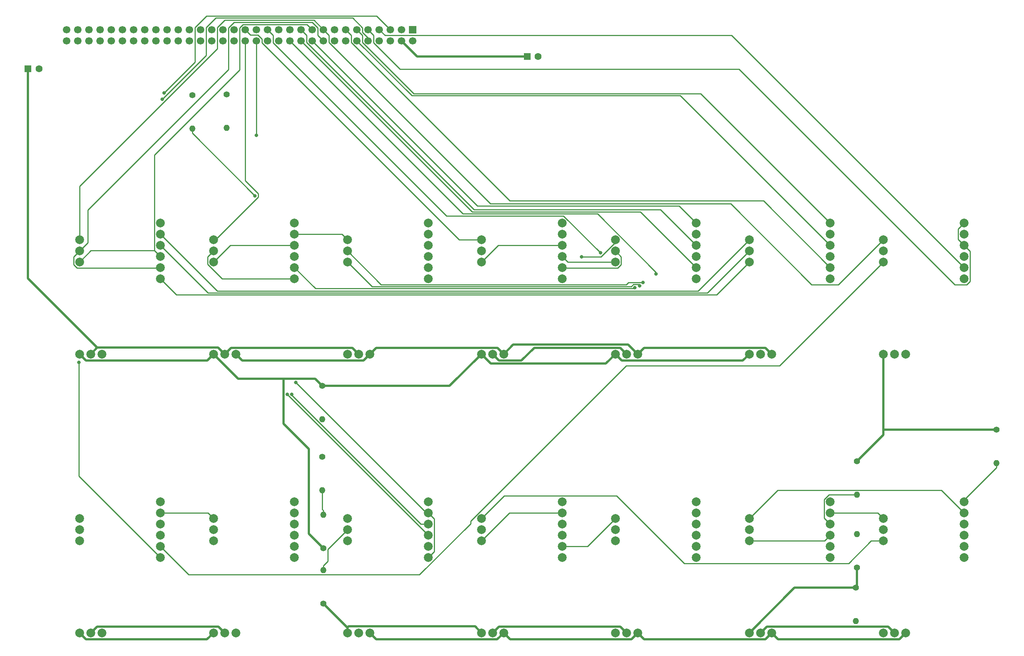
<source format=gbr>
G04 #@! TF.GenerationSoftware,KiCad,Pcbnew,(5.0.0)*
G04 #@! TF.CreationDate,2019-11-09T01:46:13+00:00*
G04 #@! TF.ProjectId,A-FT,412D46542E6B696361645F7063620000,rev?*
G04 #@! TF.SameCoordinates,Original*
G04 #@! TF.FileFunction,Copper,L1,Top,Signal*
G04 #@! TF.FilePolarity,Positive*
%FSLAX46Y46*%
G04 Gerber Fmt 4.6, Leading zero omitted, Abs format (unit mm)*
G04 Created by KiCad (PCBNEW (5.0.0)) date 11/09/19 01:46:13*
%MOMM*%
%LPD*%
G01*
G04 APERTURE LIST*
G04 #@! TA.AperFunction,ComponentPad*
%ADD10C,2.000000*%
G04 #@! TD*
G04 #@! TA.AperFunction,ComponentPad*
%ADD11C,1.400000*%
G04 #@! TD*
G04 #@! TA.AperFunction,ComponentPad*
%ADD12O,1.400000X1.400000*%
G04 #@! TD*
G04 #@! TA.AperFunction,ComponentPad*
%ADD13C,1.600000*%
G04 #@! TD*
G04 #@! TA.AperFunction,ComponentPad*
%ADD14R,1.600000X1.600000*%
G04 #@! TD*
G04 #@! TA.AperFunction,ComponentPad*
%ADD15C,1.700000*%
G04 #@! TD*
G04 #@! TA.AperFunction,ComponentPad*
%ADD16R,1.700000X1.700000*%
G04 #@! TD*
G04 #@! TA.AperFunction,ViaPad*
%ADD17C,0.800000*%
G04 #@! TD*
G04 #@! TA.AperFunction,Conductor*
%ADD18C,0.250000*%
G04 #@! TD*
G04 #@! TA.AperFunction,Conductor*
%ADD19C,0.500000*%
G04 #@! TD*
G04 APERTURE END LIST*
D10*
G04 #@! TO.P,U8,13*
G04 #@! TO.N,ENG*
X225425000Y-78740000D03*
G04 #@! TO.P,U8,12*
G04 #@! TO.N,ONG*
X225425000Y-81280000D03*
G04 #@! TO.P,U8,11*
G04 #@! TO.N,Net-(U7-Pad2)*
X225425000Y-83820000D03*
G04 #@! TO.P,U8,6*
G04 #@! TO.N,~TEST~k*
X243840000Y-74930000D03*
G04 #@! TO.P,U8,5*
G04 #@! TO.N,N/C*
X243840000Y-77470000D03*
G04 #@! TO.P,U8,4*
G04 #@! TO.N,~TEST~k*
X243840000Y-80010000D03*
G04 #@! TO.P,U8,3*
G04 #@! TO.N,N/C*
X243840000Y-82550000D03*
G04 #@! TO.P,U8,2*
G04 #@! TO.N,~ENGk~*
X243840000Y-85090000D03*
G04 #@! TO.P,U8,1*
G04 #@! TO.N,N/C*
X243840000Y-87630000D03*
G04 #@! TO.P,U8,23*
G04 #@! TO.N,Neg6v*
X230505000Y-104775000D03*
G04 #@! TO.P,U8,22*
G04 #@! TO.N,GND*
X227965000Y-104775000D03*
G04 #@! TO.P,U8,21*
G04 #@! TO.N,6v*
X225425000Y-104775000D03*
G04 #@! TD*
G04 #@! TO.P,U1,13*
G04 #@! TO.N,CS*
X225425000Y-142240000D03*
G04 #@! TO.P,U1,12*
G04 #@! TO.N,Net-(U1-Pad12)*
X225425000Y-144780000D03*
G04 #@! TO.P,U1,11*
G04 #@! TO.N,Net-(U1-Pad11)*
X225425000Y-147320000D03*
G04 #@! TO.P,U1,6*
G04 #@! TO.N,~CSk~*
X243840000Y-138430000D03*
G04 #@! TO.P,U1,5*
G04 #@! TO.N,~CS~*
X243840000Y-140970000D03*
G04 #@! TO.P,U1,4*
G04 #@! TO.N,~WTM~a*
X243840000Y-143510000D03*
G04 #@! TO.P,U1,3*
G04 #@! TO.N,Net-(U1-Pad3)*
X243840000Y-146050000D03*
G04 #@! TO.P,U1,2*
G04 #@! TO.N,N/C*
X243840000Y-148590000D03*
G04 #@! TO.P,U1,1*
G04 #@! TO.N,Net-(U1-Pad1)*
X243840000Y-151130000D03*
G04 #@! TO.P,U1,23*
G04 #@! TO.N,Neg6v*
X230505000Y-168275000D03*
G04 #@! TO.P,U1,22*
G04 #@! TO.N,GND*
X227965000Y-168275000D03*
G04 #@! TO.P,U1,21*
G04 #@! TO.N,6v*
X225425000Y-168275000D03*
G04 #@! TD*
G04 #@! TO.P,U12,13*
G04 #@! TO.N,Net-(U12-Pad13)*
X103505000Y-78740000D03*
G04 #@! TO.P,U12,12*
G04 #@! TO.N,Net-(U1-Pad3)*
X103505000Y-81280000D03*
G04 #@! TO.P,U12,11*
G04 #@! TO.N,Net-(U1-Pad1)*
X103505000Y-83820000D03*
G04 #@! TO.P,U12,6*
G04 #@! TO.N,~OS~k*
X121920000Y-74930000D03*
G04 #@! TO.P,U12,5*
G04 #@! TO.N,N/C*
X121920000Y-77470000D03*
G04 #@! TO.P,U12,4*
G04 #@! TO.N,NG17k*
X121920000Y-80010000D03*
G04 #@! TO.P,U12,3*
G04 #@! TO.N,N/C*
X121920000Y-82550000D03*
G04 #@! TO.P,U12,2*
G04 #@! TO.N,~NG17~k*
X121920000Y-85090000D03*
G04 #@! TO.P,U12,1*
G04 #@! TO.N,N/C*
X121920000Y-87630000D03*
G04 #@! TO.P,U12,23*
G04 #@! TO.N,Neg6v*
X108585000Y-104775000D03*
G04 #@! TO.P,U12,22*
G04 #@! TO.N,GND*
X106045000Y-104775000D03*
G04 #@! TO.P,U12,21*
G04 #@! TO.N,6v*
X103505000Y-104775000D03*
G04 #@! TD*
G04 #@! TO.P,U11,13*
G04 #@! TO.N,JUMP*
X133985000Y-78740000D03*
G04 #@! TO.P,U11,12*
X133985000Y-81280000D03*
G04 #@! TO.P,U11,11*
G04 #@! TO.N,~JUMP~*
X133985000Y-83820000D03*
G04 #@! TO.P,U11,6*
G04 #@! TO.N,Net-(U11-Pad6)*
X152400000Y-74930000D03*
G04 #@! TO.P,U11,5*
G04 #@! TO.N,~JUMP~*
X152400000Y-77470000D03*
G04 #@! TO.P,U11,4*
X152400000Y-80010000D03*
G04 #@! TO.P,U11,3*
G04 #@! TO.N,Net-(U10-Pad11)*
X152400000Y-82550000D03*
G04 #@! TO.P,U11,2*
G04 #@! TO.N,Net-(U10-Pad12)*
X152400000Y-85090000D03*
G04 #@! TO.P,U11,1*
G04 #@! TO.N,JUMP*
X152400000Y-87630000D03*
G04 #@! TO.P,U11,23*
G04 #@! TO.N,Neg6v*
X139065000Y-104775000D03*
G04 #@! TO.P,U11,22*
G04 #@! TO.N,GND*
X136525000Y-104775000D03*
G04 #@! TO.P,U11,21*
G04 #@! TO.N,6v*
X133985000Y-104775000D03*
G04 #@! TD*
G04 #@! TO.P,U14,13*
G04 #@! TO.N,ENG*
X42545000Y-78740000D03*
G04 #@! TO.P,U14,12*
G04 #@! TO.N,~ONG~*
X42545000Y-81280000D03*
G04 #@! TO.P,U14,11*
G04 #@! TO.N,ONG*
X42545000Y-83820000D03*
G04 #@! TO.P,U14,6*
G04 #@! TO.N,~ENG~*
X60960000Y-74930000D03*
G04 #@! TO.P,U14,5*
G04 #@! TO.N,Net-(U14-Pad5)*
X60960000Y-77470000D03*
G04 #@! TO.P,U14,4*
G04 #@! TO.N,Net-(U14-Pad4)*
X60960000Y-80010000D03*
G04 #@! TO.P,U14,3*
G04 #@! TO.N,ONG*
X60960000Y-82550000D03*
G04 #@! TO.P,U14,2*
G04 #@! TO.N,~ONG~*
X60960000Y-85090000D03*
G04 #@! TO.P,U14,1*
G04 #@! TO.N,Net-(U14-Pad1)*
X60960000Y-87630000D03*
G04 #@! TO.P,U14,23*
G04 #@! TO.N,Neg6v*
X47625000Y-104775000D03*
G04 #@! TO.P,U14,22*
G04 #@! TO.N,GND*
X45085000Y-104775000D03*
G04 #@! TO.P,U14,21*
G04 #@! TO.N,6v*
X42545000Y-104775000D03*
G04 #@! TD*
G04 #@! TO.P,U13,13*
G04 #@! TO.N,~OS~*
X73025000Y-78740000D03*
G04 #@! TO.P,U13,12*
G04 #@! TO.N,W17*
X73025000Y-81280000D03*
G04 #@! TO.P,U13,11*
G04 #@! TO.N,Net-(U13-Pad11)*
X73025000Y-83820000D03*
G04 #@! TO.P,U13,6*
G04 #@! TO.N,N/C*
X91440000Y-74930000D03*
G04 #@! TO.P,U13,5*
G04 #@! TO.N,Net-(U12-Pad13)*
X91440000Y-77470000D03*
G04 #@! TO.P,U13,4*
G04 #@! TO.N,Net-(U13-Pad11)*
X91440000Y-80010000D03*
G04 #@! TO.P,U13,3*
G04 #@! TO.N,Net-(U1-Pad11)*
X91440000Y-82550000D03*
G04 #@! TO.P,U13,2*
G04 #@! TO.N,Net-(U1-Pad12)*
X91440000Y-85090000D03*
G04 #@! TO.P,U13,1*
G04 #@! TO.N,W17*
X91440000Y-87630000D03*
G04 #@! TO.P,U13,23*
G04 #@! TO.N,Neg6v*
X78105000Y-104775000D03*
G04 #@! TO.P,U13,22*
G04 #@! TO.N,GND*
X75565000Y-104775000D03*
G04 #@! TO.P,U13,21*
G04 #@! TO.N,6v*
X73025000Y-104775000D03*
G04 #@! TD*
D11*
G04 #@! TO.P,R3,1*
G04 #@! TO.N,{ACTIVE3}*
X97800000Y-128200000D03*
D12*
G04 #@! TO.P,R3,2*
G04 #@! TO.N,Net-(R3-Pad2)*
X97800000Y-135820000D03*
G04 #@! TD*
D11*
G04 #@! TO.P,R4,1*
G04 #@! TO.N,6v*
X219200000Y-158000000D03*
D12*
G04 #@! TO.P,R4,2*
G04 #@! TO.N,~CINSk~*
X219200000Y-165620000D03*
G04 #@! TD*
D11*
G04 #@! TO.P,R5,1*
G04 #@! TO.N,6v*
X219400000Y-129200000D03*
D12*
G04 #@! TO.P,R5,2*
G04 #@! TO.N,CINSk*
X219400000Y-136820000D03*
G04 #@! TD*
D11*
G04 #@! TO.P,R6,1*
G04 #@! TO.N,6v*
X97800000Y-112000000D03*
D12*
G04 #@! TO.P,R6,2*
G04 #@! TO.N,Net-(R1-Pad2)*
X97800000Y-119620000D03*
G04 #@! TD*
D11*
G04 #@! TO.P,R7,1*
G04 #@! TO.N,6v*
X98000000Y-161600000D03*
D12*
G04 #@! TO.P,R7,2*
G04 #@! TO.N,Net-(R2-Pad2)*
X98000000Y-153980000D03*
G04 #@! TD*
D11*
G04 #@! TO.P,R8,1*
G04 #@! TO.N,6v*
X98000000Y-149000000D03*
D12*
G04 #@! TO.P,R8,2*
G04 #@! TO.N,Net-(R3-Pad2)*
X98000000Y-141380000D03*
G04 #@! TD*
D11*
G04 #@! TO.P,R9,1*
G04 #@! TO.N,6v*
X251200000Y-122000000D03*
D12*
G04 #@! TO.P,R9,2*
G04 #@! TO.N,~CSk~*
X251200000Y-129620000D03*
G04 #@! TD*
D11*
G04 #@! TO.P,R10,1*
G04 #@! TO.N,6v*
X219400000Y-153400000D03*
D12*
G04 #@! TO.P,R10,2*
G04 #@! TO.N,~SMNk~*
X219400000Y-145780000D03*
G04 #@! TD*
D10*
G04 #@! TO.P,U2,13*
G04 #@! TO.N,~CS~*
X194945000Y-142240000D03*
G04 #@! TO.P,U2,12*
G04 #@! TO.N,Net-(U2-Pad1)*
X194945000Y-144780000D03*
G04 #@! TO.P,U2,11*
G04 #@! TO.N,CIN*
X194945000Y-147320000D03*
G04 #@! TO.P,U2,6*
G04 #@! TO.N,~SMNk~*
X213360000Y-138430000D03*
G04 #@! TO.P,U2,5*
G04 #@! TO.N,CS*
X213360000Y-140970000D03*
G04 #@! TO.P,U2,4*
G04 #@! TO.N,CINSk*
X213360000Y-143510000D03*
G04 #@! TO.P,U2,3*
G04 #@! TO.N,CIN*
X213360000Y-146050000D03*
G04 #@! TO.P,U2,2*
G04 #@! TO.N,~CINSk~*
X213360000Y-148590000D03*
G04 #@! TO.P,U2,1*
G04 #@! TO.N,Net-(U2-Pad1)*
X213360000Y-151130000D03*
G04 #@! TO.P,U2,23*
G04 #@! TO.N,Neg6v*
X200025000Y-168275000D03*
G04 #@! TO.P,U2,22*
G04 #@! TO.N,GND*
X197485000Y-168275000D03*
G04 #@! TO.P,U2,21*
G04 #@! TO.N,6v*
X194945000Y-168275000D03*
G04 #@! TD*
G04 #@! TO.P,U3,13*
G04 #@! TO.N,Net-(U3-Pad13)*
X164465000Y-142240000D03*
G04 #@! TO.P,U3,12*
G04 #@! TO.N,N/C*
X164465000Y-144780000D03*
G04 #@! TO.P,U3,11*
X164465000Y-147320000D03*
G04 #@! TO.P,U3,6*
X182880000Y-138430000D03*
G04 #@! TO.P,U3,5*
X182880000Y-140970000D03*
G04 #@! TO.P,U3,4*
G04 #@! TO.N,2.4v*
X182880000Y-143510000D03*
G04 #@! TO.P,U3,3*
G04 #@! TO.N,N/C*
X182880000Y-146050000D03*
G04 #@! TO.P,U3,2*
G04 #@! TO.N,~JIA~*
X182880000Y-148590000D03*
G04 #@! TO.P,U3,1*
G04 #@! TO.N,N/C*
X182880000Y-151130000D03*
G04 #@! TO.P,U3,23*
G04 #@! TO.N,Neg6v*
X169545000Y-168275000D03*
G04 #@! TO.P,U3,22*
G04 #@! TO.N,GND*
X167005000Y-168275000D03*
G04 #@! TO.P,U3,21*
G04 #@! TO.N,6v*
X164465000Y-168275000D03*
G04 #@! TD*
G04 #@! TO.P,U4,13*
G04 #@! TO.N,Net-(U1-Pad11)*
X133985000Y-142240000D03*
G04 #@! TO.P,U4,12*
G04 #@! TO.N,~JUMP~*
X133985000Y-144780000D03*
G04 #@! TO.P,U4,11*
G04 #@! TO.N,Net-(U11-Pad6)*
X133985000Y-147320000D03*
G04 #@! TO.P,U4,6*
X152400000Y-138430000D03*
G04 #@! TO.P,U4,5*
X152400000Y-140970000D03*
G04 #@! TO.P,U4,4*
G04 #@! TO.N,N/C*
X152400000Y-143510000D03*
G04 #@! TO.P,U4,3*
X152400000Y-146050000D03*
G04 #@! TO.P,U4,2*
G04 #@! TO.N,Net-(U3-Pad13)*
X152400000Y-148590000D03*
G04 #@! TO.P,U4,1*
G04 #@! TO.N,Net-(U10-Pad13)*
X152400000Y-151130000D03*
G04 #@! TO.P,U4,23*
G04 #@! TO.N,Neg6v*
X139065000Y-168275000D03*
G04 #@! TO.P,U4,22*
G04 #@! TO.N,GND*
X136525000Y-168275000D03*
G04 #@! TO.P,U4,21*
G04 #@! TO.N,6v*
X133985000Y-168275000D03*
G04 #@! TD*
G04 #@! TO.P,U5,13*
G04 #@! TO.N,Net-(R3-Pad2)*
X103505000Y-142240000D03*
G04 #@! TO.P,U5,12*
G04 #@! TO.N,Net-(R2-Pad2)*
X103505000Y-144780000D03*
G04 #@! TO.P,U5,11*
G04 #@! TO.N,Net-(R1-Pad2)*
X103505000Y-147320000D03*
G04 #@! TO.P,U5,6*
G04 #@! TO.N,E2*
X121920000Y-138430000D03*
G04 #@! TO.P,U5,5*
G04 #@! TO.N,~E1~*
X121920000Y-140970000D03*
G04 #@! TO.P,U5,4*
G04 #@! TO.N,~E2~*
X121920000Y-143510000D03*
G04 #@! TO.P,U5,3*
G04 #@! TO.N,E1*
X121920000Y-146050000D03*
G04 #@! TO.P,U5,2*
G04 #@! TO.N,~E2~*
X121920000Y-148590000D03*
G04 #@! TO.P,U5,1*
G04 #@! TO.N,~E1~*
X121920000Y-151130000D03*
G04 #@! TO.P,U5,23*
G04 #@! TO.N,Neg6v*
X108585000Y-168275000D03*
G04 #@! TO.P,U5,22*
G04 #@! TO.N,GND*
X106045000Y-168275000D03*
G04 #@! TO.P,U5,21*
G04 #@! TO.N,6v*
X103505000Y-168275000D03*
G04 #@! TD*
G04 #@! TO.P,U6,13*
G04 #@! TO.N,Net-(U6-Pad13)*
X73025000Y-142240000D03*
G04 #@! TO.P,U6,12*
G04 #@! TO.N,TCS*
X73025000Y-144780000D03*
G04 #@! TO.P,U6,11*
G04 #@! TO.N,~RESET~*
X73025000Y-147320000D03*
G04 #@! TO.P,U6,6*
G04 #@! TO.N,~STOP~k*
X91440000Y-138430000D03*
G04 #@! TO.P,U6,5*
G04 #@! TO.N,N/C*
X91440000Y-140970000D03*
G04 #@! TO.P,U6,4*
G04 #@! TO.N,~TCS~k*
X91440000Y-143510000D03*
G04 #@! TO.P,U6,3*
G04 #@! TO.N,N/C*
X91440000Y-146050000D03*
G04 #@! TO.P,U6,2*
G04 #@! TO.N,RESETk*
X91440000Y-148590000D03*
G04 #@! TO.P,U6,1*
G04 #@! TO.N,N/C*
X91440000Y-151130000D03*
G04 #@! TO.P,U6,23*
G04 #@! TO.N,Neg6v*
X78105000Y-168275000D03*
G04 #@! TO.P,U6,22*
G04 #@! TO.N,GND*
X75565000Y-168275000D03*
G04 #@! TO.P,U6,21*
G04 #@! TO.N,6v*
X73025000Y-168275000D03*
G04 #@! TD*
G04 #@! TO.P,U7,13*
G04 #@! TO.N,~STOP~*
X42545000Y-142240000D03*
G04 #@! TO.P,U7,12*
G04 #@! TO.N,RESET*
X42545000Y-144780000D03*
G04 #@! TO.P,U7,11*
G04 #@! TO.N,~ENG~*
X42545000Y-147320000D03*
G04 #@! TO.P,U7,6*
G04 #@! TO.N,~RESTART~K*
X60960000Y-138430000D03*
G04 #@! TO.P,U7,5*
G04 #@! TO.N,Net-(U6-Pad13)*
X60960000Y-140970000D03*
G04 #@! TO.P,U7,4*
G04 #@! TO.N,N/C*
X60960000Y-143510000D03*
G04 #@! TO.P,U7,3*
G04 #@! TO.N,~RESET~1*
X60960000Y-146050000D03*
G04 #@! TO.P,U7,2*
G04 #@! TO.N,Net-(U7-Pad2)*
X60960000Y-148590000D03*
G04 #@! TO.P,U7,1*
G04 #@! TO.N,ENG*
X60960000Y-151130000D03*
G04 #@! TO.P,U7,23*
G04 #@! TO.N,Neg6v*
X47625000Y-168275000D03*
G04 #@! TO.P,U7,22*
G04 #@! TO.N,GND*
X45085000Y-168275000D03*
G04 #@! TO.P,U7,21*
G04 #@! TO.N,6v*
X42545000Y-168275000D03*
G04 #@! TD*
G04 #@! TO.P,U9,13*
G04 #@! TO.N,Net-(U14-Pad5)*
X194945000Y-78740000D03*
G04 #@! TO.P,U9,12*
G04 #@! TO.N,Net-(U14-Pad4)*
X194945000Y-81280000D03*
G04 #@! TO.P,U9,11*
G04 #@! TO.N,Net-(U14-Pad1)*
X194945000Y-83820000D03*
G04 #@! TO.P,U9,6*
G04 #@! TO.N,ENGk*
X213360000Y-74930000D03*
G04 #@! TO.P,U9,5*
G04 #@! TO.N,N/C*
X213360000Y-77470000D03*
G04 #@! TO.P,U9,4*
G04 #@! TO.N,~ONGk~*
X213360000Y-80010000D03*
G04 #@! TO.P,U9,3*
G04 #@! TO.N,N/C*
X213360000Y-82550000D03*
G04 #@! TO.P,U9,2*
G04 #@! TO.N,ONGk*
X213360000Y-85090000D03*
G04 #@! TO.P,U9,1*
G04 #@! TO.N,N/C*
X213360000Y-87630000D03*
G04 #@! TO.P,U9,23*
G04 #@! TO.N,Neg6v*
X200025000Y-104775000D03*
G04 #@! TO.P,U9,22*
G04 #@! TO.N,GND*
X197485000Y-104775000D03*
G04 #@! TO.P,U9,21*
G04 #@! TO.N,6v*
X194945000Y-104775000D03*
G04 #@! TD*
G04 #@! TO.P,U10,13*
G04 #@! TO.N,Net-(U10-Pad13)*
X164465000Y-78740000D03*
G04 #@! TO.P,U10,12*
G04 #@! TO.N,Net-(U10-Pad12)*
X164465000Y-81280000D03*
G04 #@! TO.P,U10,11*
G04 #@! TO.N,Net-(U10-Pad11)*
X164465000Y-83820000D03*
G04 #@! TO.P,U10,6*
G04 #@! TO.N,AUTOk*
X182880000Y-74930000D03*
G04 #@! TO.P,U10,5*
G04 #@! TO.N,N/C*
X182880000Y-77470000D03*
G04 #@! TO.P,U10,4*
G04 #@! TO.N,~JUMP~k*
X182880000Y-80010000D03*
G04 #@! TO.P,U10,3*
G04 #@! TO.N,N/C*
X182880000Y-82550000D03*
G04 #@! TO.P,U10,2*
G04 #@! TO.N,JUMPk*
X182880000Y-85090000D03*
G04 #@! TO.P,U10,1*
G04 #@! TO.N,N/C*
X182880000Y-87630000D03*
G04 #@! TO.P,U10,23*
G04 #@! TO.N,Neg6v*
X169545000Y-104775000D03*
G04 #@! TO.P,U10,22*
G04 #@! TO.N,GND*
X167005000Y-104775000D03*
G04 #@! TO.P,U10,21*
G04 #@! TO.N,6v*
X164465000Y-104775000D03*
G04 #@! TD*
D13*
G04 #@! TO.P,C1,2*
G04 #@! TO.N,GND*
X146900000Y-37000000D03*
D14*
G04 #@! TO.P,C1,1*
G04 #@! TO.N,6v*
X144400000Y-37000000D03*
G04 #@! TD*
D13*
G04 #@! TO.P,C2,2*
G04 #@! TO.N,Neg6v*
X33300000Y-39800000D03*
D14*
G04 #@! TO.P,C2,1*
G04 #@! TO.N,GND*
X30800000Y-39800000D03*
G04 #@! TD*
D15*
G04 #@! TO.P,J1,AL*
G04 #@! TO.N,GND*
X39605000Y-33401000D03*
G04 #@! TO.P,J1,32*
X39605000Y-30861000D03*
G04 #@! TO.P,J1,AK*
G04 #@! TO.N,Neg6v*
X42145000Y-33401000D03*
G04 #@! TO.P,J1,31*
X42145000Y-30861000D03*
G04 #@! TO.P,J1,AJ*
G04 #@! TO.N,2.4v*
X44685000Y-33401000D03*
G04 #@! TO.P,J1,30*
X44685000Y-30861000D03*
G04 #@! TO.P,J1,AH*
G04 #@! TO.N,N/C*
X47225000Y-33401000D03*
G04 #@! TO.P,J1,29*
X47225000Y-30861000D03*
G04 #@! TO.P,J1,AF*
X49765000Y-33401000D03*
G04 #@! TO.P,J1,28*
X49765000Y-30861000D03*
G04 #@! TO.P,J1,AE*
G04 #@! TO.N,RESET*
X52305000Y-33401000D03*
G04 #@! TO.P,J1,27*
G04 #@! TO.N,~RESET~1*
X52305000Y-30861000D03*
G04 #@! TO.P,J1,AD*
G04 #@! TO.N,~RESET~*
X54845000Y-33401000D03*
G04 #@! TO.P,J1,26*
G04 #@! TO.N,TCS*
X54845000Y-30861000D03*
G04 #@! TO.P,J1,AC*
G04 #@! TO.N,~STOP~*
X57385000Y-33401000D03*
G04 #@! TO.P,J1,25*
G04 #@! TO.N,~STOP~k*
X57385000Y-30861000D03*
G04 #@! TO.P,J1,AB*
G04 #@! TO.N,~TCS~k*
X59925000Y-33401000D03*
G04 #@! TO.P,J1,24*
G04 #@! TO.N,RESETk*
X59925000Y-30861000D03*
G04 #@! TO.P,J1,AA*
G04 #@! TO.N,N/C*
X62465000Y-33401000D03*
G04 #@! TO.P,J1,23*
G04 #@! TO.N,E1*
X62465000Y-30861000D03*
G04 #@! TO.P,J1,Z*
G04 #@! TO.N,N/C*
X65005000Y-33401000D03*
G04 #@! TO.P,J1,22*
G04 #@! TO.N,E2*
X65005000Y-30861000D03*
G04 #@! TO.P,J1,Y*
G04 #@! TO.N,{ACTIVE1}*
X67545000Y-33401000D03*
G04 #@! TO.P,J1,21*
G04 #@! TO.N,~E2~*
X67545000Y-30861000D03*
G04 #@! TO.P,J1,X*
G04 #@! TO.N,N/C*
X70085000Y-33401000D03*
G04 #@! TO.P,J1,20*
G04 #@! TO.N,~E1~*
X70085000Y-30861000D03*
G04 #@! TO.P,J1,W*
G04 #@! TO.N,W17*
X72625000Y-33401000D03*
G04 #@! TO.P,J1,19*
G04 #@! TO.N,~OS~k*
X72625000Y-30861000D03*
G04 #@! TO.P,J1,V*
G04 #@! TO.N,{ACTIVE2}*
X75165000Y-33401000D03*
G04 #@! TO.P,J1,18*
G04 #@! TO.N,NG17k*
X75165000Y-30861000D03*
G04 #@! TO.P,J1,U*
G04 #@! TO.N,N/C*
X77705000Y-33401000D03*
G04 #@! TO.P,J1,17*
G04 #@! TO.N,~NG17~k*
X77705000Y-30861000D03*
G04 #@! TO.P,J1,T*
G04 #@! TO.N,~OS~*
X80245000Y-33401000D03*
G04 #@! TO.P,J1,16*
G04 #@! TO.N,JUMP*
X80245000Y-30861000D03*
G04 #@! TO.P,J1,S*
G04 #@! TO.N,{ACTIVE3}*
X82785000Y-33401000D03*
G04 #@! TO.P,J1,15*
G04 #@! TO.N,~JUMP~*
X82785000Y-30861000D03*
G04 #@! TO.P,J1,R*
G04 #@! TO.N,~JIA~*
X85325000Y-33401000D03*
G04 #@! TO.P,J1,14*
G04 #@! TO.N,CS*
X85325000Y-30861000D03*
G04 #@! TO.P,J1,P*
G04 #@! TO.N,N/C*
X87865000Y-33401000D03*
G04 #@! TO.P,J1,13*
G04 #@! TO.N,CIN*
X87865000Y-30861000D03*
G04 #@! TO.P,J1,N*
G04 #@! TO.N,~WTM~a*
X90405000Y-33401000D03*
G04 #@! TO.P,J1,12*
G04 #@! TO.N,~CS~*
X90405000Y-30861000D03*
G04 #@! TO.P,J1,M*
G04 #@! TO.N,JUMPk*
X92945000Y-33401000D03*
G04 #@! TO.P,J1,11*
G04 #@! TO.N,~JUMP~k*
X92945000Y-30861000D03*
G04 #@! TO.P,J1,L*
G04 #@! TO.N,AUTOk*
X95485000Y-33401000D03*
G04 #@! TO.P,J1,10*
G04 #@! TO.N,ONG*
X95485000Y-30861000D03*
G04 #@! TO.P,J1,K*
G04 #@! TO.N,~ONG~*
X98025000Y-33401000D03*
G04 #@! TO.P,J1,9*
G04 #@! TO.N,ENG*
X98025000Y-30861000D03*
G04 #@! TO.P,J1,J*
G04 #@! TO.N,CINSk*
X100565000Y-33401000D03*
G04 #@! TO.P,J1,8*
G04 #@! TO.N,~CINSk~*
X100565000Y-30861000D03*
G04 #@! TO.P,J1,H*
G04 #@! TO.N,~CSk~*
X103105000Y-33401000D03*
G04 #@! TO.P,J1,7*
G04 #@! TO.N,ONGk*
X103105000Y-30861000D03*
G04 #@! TO.P,J1,F*
G04 #@! TO.N,~ONGk~*
X105645000Y-33401000D03*
G04 #@! TO.P,J1,6*
G04 #@! TO.N,ENGk*
X105645000Y-30861000D03*
G04 #@! TO.P,J1,E*
G04 #@! TO.N,~ENG~*
X108185000Y-33401000D03*
G04 #@! TO.P,J1,5*
G04 #@! TO.N,~TEST~k*
X108185000Y-30861000D03*
G04 #@! TO.P,J1,D*
G04 #@! TO.N,~SMNk~*
X110725000Y-33401000D03*
G04 #@! TO.P,J1,4*
G04 #@! TO.N,~ENGk~*
X110725000Y-30861000D03*
G04 #@! TO.P,J1,C*
G04 #@! TO.N,N/C*
X113265000Y-33401000D03*
G04 #@! TO.P,J1,3*
G04 #@! TO.N,~RESTART~K*
X113265000Y-30861000D03*
G04 #@! TO.P,J1,B*
G04 #@! TO.N,6v*
X115805000Y-33401000D03*
G04 #@! TO.P,J1,2*
X115805000Y-30861000D03*
G04 #@! TO.P,J1,A*
G04 #@! TO.N,GND*
X118345000Y-33401000D03*
D16*
G04 #@! TO.P,J1,1*
X118345000Y-30861000D03*
G04 #@! TD*
D12*
G04 #@! TO.P,R1,2*
G04 #@! TO.N,Net-(R1-Pad2)*
X68200000Y-53420000D03*
D11*
G04 #@! TO.P,R1,1*
G04 #@! TO.N,{ACTIVE1}*
X68200000Y-45800000D03*
G04 #@! TD*
G04 #@! TO.P,R2,1*
G04 #@! TO.N,{ACTIVE2}*
X76000000Y-45600000D03*
D12*
G04 #@! TO.P,R2,2*
G04 #@! TO.N,Net-(R2-Pad2)*
X76000000Y-53220000D03*
G04 #@! TD*
D17*
G04 #@! TO.N,Net-(U1-Pad12)*
X168880700Y-89651200D03*
G04 #@! TO.N,E1*
X89839200Y-113969200D03*
G04 #@! TO.N,~E2~*
X90839500Y-113942700D03*
G04 #@! TO.N,~E1~*
X91761000Y-111238800D03*
G04 #@! TO.N,{ACTIVE3}*
X82785000Y-54937500D03*
G04 #@! TO.N,CS*
X161062800Y-81710900D03*
G04 #@! TO.N,~WTM~a*
X173743800Y-86481100D03*
G04 #@! TO.N,ENG*
X42425300Y-106651000D03*
G04 #@! TO.N,~ENG~*
X61375000Y-46710800D03*
G04 #@! TO.N,~RESTART~K*
X61766100Y-45276500D03*
G04 #@! TO.N,Net-(R1-Pad2)*
X82477200Y-68697700D03*
G04 #@! TO.N,Net-(U1-Pad3)*
X170724700Y-88443600D03*
G04 #@! TO.N,Net-(U1-Pad1)*
X170024700Y-89183100D03*
G04 #@! TO.N,Net-(U10-Pad13)*
X156785800Y-82611500D03*
G04 #@! TD*
D18*
G04 #@! TO.N,Net-(U1-Pad12)*
X91440000Y-85090000D02*
X96207500Y-89857500D01*
X96207500Y-89857500D02*
X168674400Y-89857500D01*
X168674400Y-89857500D02*
X168880700Y-89651200D01*
D19*
G04 #@! TO.N,6v*
X103505000Y-167105000D02*
X103505000Y-168275000D01*
X98000000Y-161600000D02*
X103505000Y-167105000D01*
X133985000Y-168275000D02*
X132531100Y-166821100D01*
X132531100Y-166821100D02*
X103788900Y-166821100D01*
X103788900Y-166821100D02*
X103505000Y-167105000D01*
X164465000Y-104775000D02*
X165921800Y-106231800D01*
X165921800Y-106231800D02*
X193488200Y-106231800D01*
X193488200Y-106231800D02*
X194945000Y-104775000D01*
X164465000Y-104775000D02*
X162314100Y-106925900D01*
X162314100Y-106925900D02*
X136135900Y-106925900D01*
X136135900Y-106925900D02*
X133985000Y-104775000D01*
X88974500Y-110361000D02*
X88974500Y-120615200D01*
X88974500Y-120615200D02*
X94727200Y-126367900D01*
X94727200Y-126367900D02*
X94727200Y-145727200D01*
X94727200Y-145727200D02*
X98000000Y-149000000D01*
X73025000Y-104775000D02*
X78611000Y-110361000D01*
X78611000Y-110361000D02*
X88974500Y-110361000D01*
X97800000Y-112000000D02*
X96161000Y-110361000D01*
X96161000Y-110361000D02*
X88974500Y-110361000D01*
X225425000Y-122000000D02*
X225425000Y-104775000D01*
X133985000Y-104775000D02*
X126760000Y-112000000D01*
X126760000Y-112000000D02*
X97800000Y-112000000D01*
X42545000Y-104775000D02*
X43995300Y-106225300D01*
X43995300Y-106225300D02*
X71574700Y-106225300D01*
X71574700Y-106225300D02*
X73025000Y-104775000D01*
X219400000Y-129200000D02*
X225425000Y-123175000D01*
X225425000Y-123175000D02*
X225425000Y-122000000D01*
X251200000Y-122000000D02*
X225425000Y-122000000D01*
X219400000Y-153400000D02*
X219400000Y-157800000D01*
X219400000Y-157800000D02*
X219200000Y-158000000D01*
X144400000Y-37000000D02*
X143149700Y-37000000D01*
X143149700Y-37000000D02*
X119404000Y-37000000D01*
X119404000Y-37000000D02*
X115805000Y-33401000D01*
X73025000Y-168275000D02*
X71556400Y-169743600D01*
X71556400Y-169743600D02*
X44013600Y-169743600D01*
X44013600Y-169743600D02*
X42545000Y-168275000D01*
X219200000Y-158000000D02*
X205220000Y-158000000D01*
X205220000Y-158000000D02*
X194945000Y-168275000D01*
G04 #@! TO.N,Neg6v*
X169545000Y-104775000D02*
X167388600Y-102618600D01*
X167388600Y-102618600D02*
X141221400Y-102618600D01*
X141221400Y-102618600D02*
X139065000Y-104775000D01*
X200025000Y-104775000D02*
X198574600Y-103324600D01*
X198574600Y-103324600D02*
X170995400Y-103324600D01*
X170995400Y-103324600D02*
X169545000Y-104775000D01*
X108585000Y-104775000D02*
X110035300Y-103324700D01*
X110035300Y-103324700D02*
X137614700Y-103324700D01*
X137614700Y-103324700D02*
X139065000Y-104775000D01*
X139065000Y-168275000D02*
X140516000Y-169726000D01*
X140516000Y-169726000D02*
X168094000Y-169726000D01*
X168094000Y-169726000D02*
X169545000Y-168275000D01*
X169545000Y-168275000D02*
X170996000Y-169726000D01*
X170996000Y-169726000D02*
X198574000Y-169726000D01*
X198574000Y-169726000D02*
X200025000Y-168275000D01*
X108585000Y-168275000D02*
X110047600Y-169737600D01*
X110047600Y-169737600D02*
X137602400Y-169737600D01*
X137602400Y-169737600D02*
X139065000Y-168275000D01*
X78105000Y-104775000D02*
X79555500Y-106225500D01*
X79555500Y-106225500D02*
X107134500Y-106225500D01*
X107134500Y-106225500D02*
X108585000Y-104775000D01*
X200025000Y-168275000D02*
X201479600Y-169729600D01*
X201479600Y-169729600D02*
X229050400Y-169729600D01*
X229050400Y-169729600D02*
X230505000Y-168275000D01*
G04 #@! TO.N,GND*
X46543200Y-103316800D02*
X45085000Y-104775000D01*
X75565000Y-104775000D02*
X74106800Y-103316800D01*
X74106800Y-103316800D02*
X46543200Y-103316800D01*
X30800000Y-39800000D02*
X30800000Y-87573600D01*
X30800000Y-87573600D02*
X46543200Y-103316800D01*
X75565000Y-104775000D02*
X77015400Y-103324600D01*
X77015400Y-103324600D02*
X104594600Y-103324600D01*
X104594600Y-103324600D02*
X106045000Y-104775000D01*
X167005000Y-104775000D02*
X165554600Y-103324600D01*
X165554600Y-103324600D02*
X146007400Y-103324600D01*
X146007400Y-103324600D02*
X143106500Y-106225500D01*
X143106500Y-106225500D02*
X137975500Y-106225500D01*
X137975500Y-106225500D02*
X136525000Y-104775000D01*
X136525000Y-168275000D02*
X137977300Y-166822700D01*
X137977300Y-166822700D02*
X165552700Y-166822700D01*
X165552700Y-166822700D02*
X167005000Y-168275000D01*
X45085000Y-168275000D02*
X46535400Y-166824600D01*
X46535400Y-166824600D02*
X74114600Y-166824600D01*
X74114600Y-166824600D02*
X75565000Y-168275000D01*
X197485000Y-168275000D02*
X198935300Y-166824700D01*
X198935300Y-166824700D02*
X226514700Y-166824700D01*
X226514700Y-166824700D02*
X227965000Y-168275000D01*
D18*
G04 #@! TO.N,Net-(U3-Pad13)*
X152400000Y-148590000D02*
X158115000Y-148590000D01*
X158115000Y-148590000D02*
X164465000Y-142240000D01*
G04 #@! TO.N,E1*
X89839200Y-113969200D02*
X121920000Y-146050000D01*
G04 #@! TO.N,~E2~*
X90839500Y-113942700D02*
X90839500Y-114126600D01*
X90839500Y-114126600D02*
X120222900Y-143510000D01*
X120222900Y-143510000D02*
X121920000Y-143510000D01*
G04 #@! TO.N,~E1~*
X91761000Y-111238800D02*
X121492200Y-140970000D01*
X121492200Y-140970000D02*
X121920000Y-140970000D01*
X121920000Y-140970000D02*
X123262500Y-142312500D01*
X123262500Y-142312500D02*
X123262500Y-149787500D01*
X123262500Y-149787500D02*
X121920000Y-151130000D01*
G04 #@! TO.N,W17*
X91440000Y-87630000D02*
X74955700Y-87630000D01*
X74955700Y-87630000D02*
X71672700Y-84347000D01*
X71672700Y-84347000D02*
X71672700Y-82632300D01*
X71672700Y-82632300D02*
X73025000Y-81280000D01*
G04 #@! TO.N,~OS~*
X80245000Y-33401000D02*
X80245000Y-65240000D01*
X80245000Y-65240000D02*
X83241900Y-68236900D01*
X83241900Y-68236900D02*
X83241900Y-68959000D01*
X83241900Y-68959000D02*
X73460900Y-78740000D01*
X73460900Y-78740000D02*
X73025000Y-78740000D01*
G04 #@! TO.N,JUMP*
X80245000Y-30861000D02*
X81420400Y-32036400D01*
X81420400Y-32036400D02*
X83089800Y-32036400D01*
X83089800Y-32036400D02*
X84055000Y-33001600D01*
X84055000Y-33001600D02*
X84055000Y-33829400D01*
X84055000Y-33829400D02*
X128965600Y-78740000D01*
X128965600Y-78740000D02*
X133985000Y-78740000D01*
G04 #@! TO.N,{ACTIVE3}*
X82785000Y-33401000D02*
X82785000Y-54937500D01*
G04 #@! TO.N,~JUMP~*
X133985000Y-83820000D02*
X137795000Y-80010000D01*
X137795000Y-80010000D02*
X152400000Y-80010000D01*
G04 #@! TO.N,CS*
X85325000Y-30861000D02*
X86595000Y-32131000D01*
X86595000Y-32131000D02*
X86595000Y-33812300D01*
X86595000Y-33812300D02*
X126054500Y-73271800D01*
X126054500Y-73271800D02*
X152623700Y-73271800D01*
X152623700Y-73271800D02*
X161062800Y-81710900D01*
X213360000Y-140970000D02*
X224155000Y-140970000D01*
X224155000Y-140970000D02*
X225425000Y-142240000D01*
G04 #@! TO.N,CIN*
X194945000Y-147320000D02*
X212090000Y-147320000D01*
X212090000Y-147320000D02*
X213360000Y-146050000D01*
G04 #@! TO.N,~WTM~a*
X173743800Y-86481100D02*
X173743800Y-86142400D01*
X173743800Y-86142400D02*
X160408700Y-72807300D01*
X160408700Y-72807300D02*
X129811300Y-72807300D01*
X129811300Y-72807300D02*
X90405000Y-33401000D01*
G04 #@! TO.N,~CS~*
X194945000Y-142240000D02*
X201390600Y-135794400D01*
X201390600Y-135794400D02*
X238664400Y-135794400D01*
X238664400Y-135794400D02*
X243840000Y-140970000D01*
G04 #@! TO.N,JUMPk*
X92945000Y-33401000D02*
X131900900Y-72356900D01*
X131900900Y-72356900D02*
X170146900Y-72356900D01*
X170146900Y-72356900D02*
X182880000Y-85090000D01*
G04 #@! TO.N,~JUMP~k*
X92945000Y-30861000D02*
X94215000Y-32131000D01*
X94215000Y-32131000D02*
X94215000Y-33809200D01*
X94215000Y-33809200D02*
X132312400Y-71906600D01*
X132312400Y-71906600D02*
X174776600Y-71906600D01*
X174776600Y-71906600D02*
X182880000Y-80010000D01*
G04 #@! TO.N,AUTOk*
X95485000Y-33401000D02*
X133090000Y-71006000D01*
X133090000Y-71006000D02*
X178956000Y-71006000D01*
X178956000Y-71006000D02*
X182880000Y-74930000D01*
G04 #@! TO.N,ONG*
X59623600Y-81213600D02*
X60960000Y-82550000D01*
X95485000Y-30861000D02*
X94292400Y-29668400D01*
X94292400Y-29668400D02*
X79767600Y-29668400D01*
X79767600Y-29668400D02*
X78975000Y-30461000D01*
X78975000Y-30461000D02*
X78975000Y-40067100D01*
X78975000Y-40067100D02*
X59623600Y-59418500D01*
X59623600Y-59418500D02*
X59623600Y-81213600D01*
X42545000Y-83820000D02*
X45151400Y-81213600D01*
X45151400Y-81213600D02*
X59623600Y-81213600D01*
G04 #@! TO.N,~ONG~*
X42545000Y-81280000D02*
X44425200Y-79399800D01*
X44425200Y-79399800D02*
X44425200Y-71952000D01*
X44425200Y-71952000D02*
X76435000Y-39942200D01*
X76435000Y-39942200D02*
X76435000Y-30461000D01*
X76435000Y-30461000D02*
X77730800Y-29165200D01*
X77730800Y-29165200D02*
X95483500Y-29165200D01*
X95483500Y-29165200D02*
X96755000Y-30436700D01*
X96755000Y-30436700D02*
X96755000Y-32131000D01*
X96755000Y-32131000D02*
X98025000Y-33401000D01*
X42545000Y-81280000D02*
X41181000Y-82644000D01*
X41181000Y-82644000D02*
X41181000Y-84387200D01*
X41181000Y-84387200D02*
X41947000Y-85153200D01*
X41947000Y-85153200D02*
X60896800Y-85153200D01*
X60896800Y-85153200D02*
X60960000Y-85090000D01*
G04 #@! TO.N,ENG*
X225425000Y-78740000D02*
X215200100Y-88964900D01*
X215200100Y-88964900D02*
X209124400Y-88964900D01*
X209124400Y-88964900D02*
X190712200Y-70552700D01*
X190712200Y-70552700D02*
X136041100Y-70552700D01*
X136041100Y-70552700D02*
X99295000Y-33806600D01*
X99295000Y-33806600D02*
X99295000Y-32131000D01*
X99295000Y-32131000D02*
X98025000Y-30861000D01*
X42545000Y-78740000D02*
X42545000Y-66569100D01*
X42545000Y-66569100D02*
X73895000Y-35219100D01*
X73895000Y-35219100D02*
X73895000Y-30400800D01*
X73895000Y-30400800D02*
X75580900Y-28714900D01*
X75580900Y-28714900D02*
X95878900Y-28714900D01*
X95878900Y-28714900D02*
X98025000Y-30861000D01*
X42425300Y-106651000D02*
X42425300Y-132595300D01*
X42425300Y-132595300D02*
X60960000Y-151130000D01*
G04 #@! TO.N,CINSk*
X213360000Y-143510000D02*
X212009300Y-142159300D01*
X212009300Y-142159300D02*
X212009300Y-137897300D01*
X212009300Y-137897300D02*
X213086600Y-136820000D01*
X213086600Y-136820000D02*
X219400000Y-136820000D01*
G04 #@! TO.N,~CSk~*
X251200000Y-129620000D02*
X251200000Y-130645300D01*
X251200000Y-130645300D02*
X243840000Y-138005300D01*
X243840000Y-138005300D02*
X243840000Y-138430000D01*
G04 #@! TO.N,ONGk*
X213360000Y-85090000D02*
X198147300Y-69877300D01*
X198147300Y-69877300D02*
X140455600Y-69877300D01*
X140455600Y-69877300D02*
X104375000Y-33796700D01*
X104375000Y-33796700D02*
X104375000Y-32131000D01*
X104375000Y-32131000D02*
X103105000Y-30861000D01*
G04 #@! TO.N,~ONGk~*
X105645000Y-33401000D02*
X118143600Y-45899600D01*
X118143600Y-45899600D02*
X179249600Y-45899600D01*
X179249600Y-45899600D02*
X213360000Y-80010000D01*
G04 #@! TO.N,ENGk*
X105645000Y-30861000D02*
X106915000Y-32131000D01*
X106915000Y-32131000D02*
X106915000Y-33796200D01*
X106915000Y-33796200D02*
X118568000Y-45449200D01*
X118568000Y-45449200D02*
X183879200Y-45449200D01*
X183879200Y-45449200D02*
X213360000Y-74930000D01*
G04 #@! TO.N,~ENG~*
X108185000Y-33401000D02*
X108185000Y-32764100D01*
X108185000Y-32764100D02*
X106915000Y-31494100D01*
X106915000Y-31494100D02*
X106915000Y-30427600D01*
X106915000Y-30427600D02*
X104700900Y-28213500D01*
X104700900Y-28213500D02*
X73561900Y-28213500D01*
X73561900Y-28213500D02*
X71355000Y-30420400D01*
X71355000Y-30420400D02*
X71355000Y-36730800D01*
X71355000Y-36730800D02*
X61375000Y-46710800D01*
G04 #@! TO.N,~TEST~k*
X108185000Y-30861000D02*
X109455000Y-32131000D01*
X109455000Y-32131000D02*
X109455000Y-33812300D01*
X109455000Y-33812300D02*
X115486400Y-39843700D01*
X115486400Y-39843700D02*
X192617400Y-39843700D01*
X192617400Y-39843700D02*
X241742700Y-88969000D01*
X241742700Y-88969000D02*
X244375600Y-88969000D01*
X244375600Y-88969000D02*
X245168300Y-88176300D01*
X245168300Y-88176300D02*
X245168300Y-81338300D01*
X245168300Y-81338300D02*
X243840000Y-80010000D01*
X243840000Y-80010000D02*
X242509600Y-78679600D01*
X242509600Y-78679600D02*
X242509600Y-76260400D01*
X242509600Y-76260400D02*
X243840000Y-74930000D01*
G04 #@! TO.N,~ENGk~*
X110725000Y-30861000D02*
X112052600Y-32188600D01*
X112052600Y-32188600D02*
X190938600Y-32188600D01*
X190938600Y-32188600D02*
X243840000Y-85090000D01*
G04 #@! TO.N,~RESTART~K*
X113265000Y-30861000D02*
X110167100Y-27763100D01*
X110167100Y-27763100D02*
X71458900Y-27763100D01*
X71458900Y-27763100D02*
X68815000Y-30407000D01*
X68815000Y-30407000D02*
X68815000Y-38227600D01*
X68815000Y-38227600D02*
X61766100Y-45276500D01*
G04 #@! TO.N,Net-(R1-Pad2)*
X68200000Y-54445300D02*
X68224800Y-54445300D01*
X68224800Y-54445300D02*
X82477200Y-68697700D01*
X68200000Y-53420000D02*
X68200000Y-54445300D01*
G04 #@! TO.N,Net-(R2-Pad2)*
X98000000Y-153980000D02*
X98000000Y-152954700D01*
X103505000Y-144780000D02*
X99025300Y-149259700D01*
X99025300Y-149259700D02*
X99025300Y-151929400D01*
X99025300Y-151929400D02*
X98000000Y-152954700D01*
G04 #@! TO.N,Net-(R3-Pad2)*
X98000000Y-141380000D02*
X98000000Y-140354700D01*
X98000000Y-140354700D02*
X97800000Y-140154700D01*
X97800000Y-140154700D02*
X97800000Y-135820000D01*
G04 #@! TO.N,Net-(U1-Pad11)*
X133985000Y-142240000D02*
X139150200Y-137074800D01*
X139150200Y-137074800D02*
X164738600Y-137074800D01*
X164738600Y-137074800D02*
X180129000Y-152465200D01*
X180129000Y-152465200D02*
X217550100Y-152465200D01*
X217550100Y-152465200D02*
X222695300Y-147320000D01*
X222695300Y-147320000D02*
X225425000Y-147320000D01*
G04 #@! TO.N,Net-(U1-Pad3)*
X103505000Y-81280000D02*
X111181700Y-88956700D01*
X111181700Y-88956700D02*
X166921600Y-88956700D01*
X166921600Y-88956700D02*
X167434700Y-88443600D01*
X167434700Y-88443600D02*
X170724700Y-88443600D01*
G04 #@! TO.N,Net-(U1-Pad1)*
X103505000Y-83820000D02*
X109092100Y-89407100D01*
X109092100Y-89407100D02*
X168099100Y-89407100D01*
X168099100Y-89407100D02*
X168580300Y-88925900D01*
X168580300Y-88925900D02*
X169767500Y-88925900D01*
X169767500Y-88925900D02*
X170024700Y-89183100D01*
G04 #@! TO.N,Net-(U11-Pad6)*
X152400000Y-140970000D02*
X140335000Y-140970000D01*
X140335000Y-140970000D02*
X133985000Y-147320000D01*
G04 #@! TO.N,Net-(U10-Pad13)*
X164465000Y-78740000D02*
X164465000Y-79342900D01*
X164465000Y-79342900D02*
X161196400Y-82611500D01*
X161196400Y-82611500D02*
X156785800Y-82611500D01*
G04 #@! TO.N,Net-(U6-Pad13)*
X60960000Y-140970000D02*
X71755000Y-140970000D01*
X71755000Y-140970000D02*
X73025000Y-142240000D01*
G04 #@! TO.N,Net-(U7-Pad2)*
X60960000Y-148590000D02*
X67393800Y-155023800D01*
X67393800Y-155023800D02*
X119902200Y-155023800D01*
X119902200Y-155023800D02*
X131541300Y-143384700D01*
X131541300Y-143384700D02*
X131541300Y-142793100D01*
X131541300Y-142793100D02*
X166926600Y-107407800D01*
X166926600Y-107407800D02*
X201837200Y-107407800D01*
X201837200Y-107407800D02*
X225425000Y-83820000D01*
G04 #@! TO.N,Net-(U14-Pad5)*
X194945000Y-78740000D02*
X183305600Y-90379400D01*
X183305600Y-90379400D02*
X73869400Y-90379400D01*
X73869400Y-90379400D02*
X60960000Y-77470000D01*
G04 #@! TO.N,Net-(U14-Pad4)*
X60960000Y-80010000D02*
X71779800Y-90829800D01*
X71779800Y-90829800D02*
X185395200Y-90829800D01*
X185395200Y-90829800D02*
X194945000Y-81280000D01*
G04 #@! TO.N,Net-(U14-Pad1)*
X60960000Y-87630000D02*
X64615300Y-91285300D01*
X64615300Y-91285300D02*
X187479700Y-91285300D01*
X187479700Y-91285300D02*
X194945000Y-83820000D01*
G04 #@! TO.N,Net-(U10-Pad12)*
X164465000Y-81280000D02*
X165793400Y-82608400D01*
X165793400Y-82608400D02*
X165793400Y-84369300D01*
X165793400Y-84369300D02*
X164996800Y-85165900D01*
X164996800Y-85165900D02*
X152475900Y-85165900D01*
X152475900Y-85165900D02*
X152400000Y-85090000D01*
G04 #@! TO.N,Net-(U10-Pad11)*
X164465000Y-83820000D02*
X153670000Y-83820000D01*
X153670000Y-83820000D02*
X152400000Y-82550000D01*
G04 #@! TO.N,Net-(U12-Pad13)*
X91440000Y-77470000D02*
X102235000Y-77470000D01*
X102235000Y-77470000D02*
X103505000Y-78740000D01*
G04 #@! TO.N,Net-(U13-Pad11)*
X91440000Y-80010000D02*
X76835000Y-80010000D01*
X76835000Y-80010000D02*
X73025000Y-83820000D01*
G04 #@! TD*
M02*

</source>
